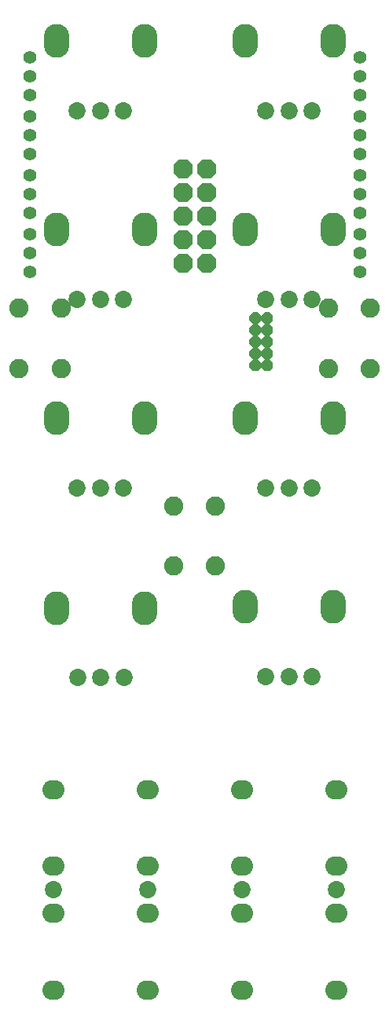
<source format=gbs>
G04 DipTrace 3.3.0.0*
G04 uStreams02.GBS*
%MOIN*%
G04 #@! TF.FileFunction,Soldermask,Bot*
G04 #@! TF.Part,Single*
%AMOUTLINE1*
4,1,8,
-0.016982,0.041,
-0.041,0.016982,
-0.041,-0.016982,
-0.016982,-0.041,
0.016982,-0.041,
0.041,-0.016982,
0.041,0.016982,
0.016982,0.041,
-0.016982,0.041,
0*%
%AMOUTLINE4*
4,1,8,
-0.010355,0.025,
-0.025,0.010355,
-0.025,-0.010355,
-0.010355,-0.025,
0.010355,-0.025,
0.025,-0.010355,
0.025,0.010355,
0.010355,0.025,
-0.010355,0.025,
0*%
%ADD68C,0.082*%
%ADD72O,0.108X0.143*%
%ADD78C,0.055559*%
%ADD82C,0.073*%
%ADD84O,0.093X0.083*%
%ADD118OUTLINE1*%
%ADD121OUTLINE4*%
%FSLAX26Y26*%
G04*
G70*
G90*
G75*
G01*
G04 BotMask*
%LPD*%
D84*
X1788000Y994000D3*
Y1319000D3*
D82*
Y894000D3*
D84*
X1388000Y994000D3*
Y1319000D3*
D82*
Y894000D3*
D84*
X988000Y994000D3*
Y1319000D3*
D82*
Y894000D3*
D84*
X588000Y994000D3*
Y1319000D3*
D82*
Y894000D3*
D84*
X1788000Y794000D3*
Y469000D3*
D82*
Y894000D3*
D84*
X1388000Y794000D3*
Y469000D3*
D82*
Y894000D3*
D84*
X988000Y794000D3*
Y469000D3*
D82*
Y894000D3*
D84*
X588000Y794000D3*
Y469000D3*
D82*
Y894000D3*
D118*
X1238000Y3550249D3*
X1138000D3*
X1238000Y3650249D3*
X1138000D3*
X1238000Y3750249D3*
X1138000D3*
X1238000Y3850249D3*
X1138000D3*
X1238000Y3950249D3*
X1138000D3*
D121*
X1494249Y3119000D3*
X1444251D3*
X1494249Y3169000D3*
X1444251D3*
X1494249Y3219000D3*
X1444251D3*
X1494249Y3269000D3*
X1444251D3*
X1494249Y3319000D3*
X1444251D3*
D78*
X1888000Y4344000D3*
Y4422740D3*
Y4265260D3*
X488000Y4344000D3*
Y4265260D3*
Y4422740D3*
X1888000Y4094000D3*
Y4172740D3*
Y4015260D3*
X488000Y4094000D3*
Y4015260D3*
Y4172740D3*
X1888000Y3844000D3*
Y3922740D3*
Y3765260D3*
X488000Y3844000D3*
Y3765260D3*
Y3922740D3*
X1888000Y3594000D3*
Y3672740D3*
Y3515260D3*
X488000Y3594000D3*
Y3515260D3*
Y3672740D3*
D82*
X1686000Y4199000D3*
X1588000Y4198724D3*
X1490000Y4199000D3*
D72*
X1401000Y4494000D3*
X1775000D3*
D82*
X886000Y4199000D3*
X788000Y4198724D3*
X690000Y4199000D3*
D72*
X601000Y4494000D3*
X975000D3*
D82*
X1686000Y3399000D3*
X1588000Y3398724D3*
X1490000Y3399000D3*
D72*
X1401000Y3694000D3*
X1775000D3*
D82*
X886000Y3399000D3*
X788000Y3398724D3*
X690000Y3399000D3*
D72*
X601000Y3694000D3*
X975000D3*
D82*
X1686000Y1799000D3*
X1588000Y1798724D3*
X1490000Y1799000D3*
D72*
X1401000Y2094000D3*
X1775000D3*
D82*
X1686000Y2599000D3*
X1588000Y2598724D3*
X1490000Y2599000D3*
D72*
X1401000Y2894000D3*
X1775000D3*
D82*
X886000Y2599000D3*
X788000Y2598724D3*
X690000Y2599000D3*
D72*
X601000Y2894000D3*
X975000D3*
D82*
X888000Y1794000D3*
X790000Y1793724D3*
X692000Y1794000D3*
D72*
X603000Y2089000D3*
X977000D3*
D68*
X1933249Y3103500D3*
Y3359500D3*
X1755249Y3103500D3*
Y3359500D3*
X442749D3*
Y3103500D3*
X620749Y3359500D3*
Y3103500D3*
X1277000Y2266000D3*
Y2522000D3*
X1099000Y2266000D3*
Y2522000D3*
M02*

</source>
